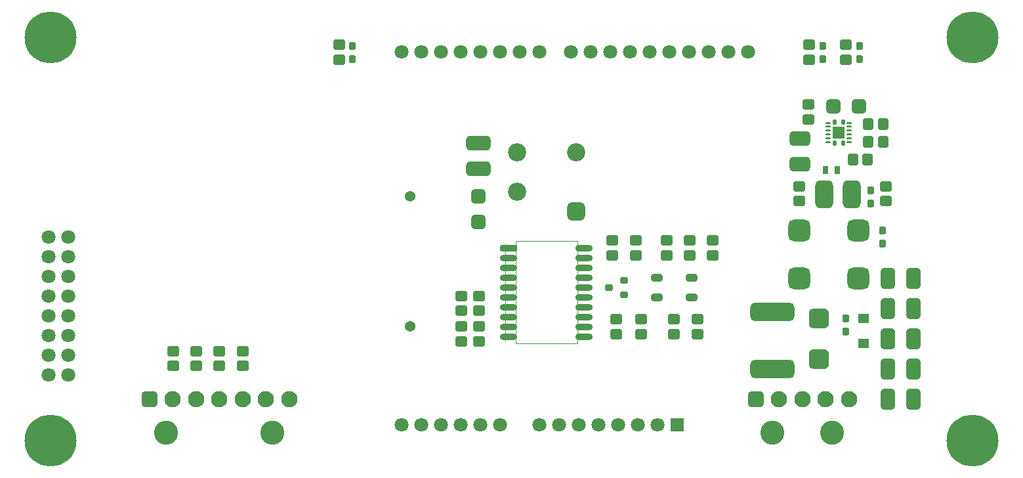
<source format=gts>
G04*
G04 #@! TF.GenerationSoftware,Altium Limited,Altium Designer,22.8.2 (66)*
G04*
G04 Layer_Color=8388736*
%FSLAX44Y44*%
%MOMM*%
G71*
G04*
G04 #@! TF.SameCoordinates,AF58AEFE-5498-464C-92CE-300A63243590*
G04*
G04*
G04 #@! TF.FilePolarity,Negative*
G04*
G01*
G75*
%ADD17C,0.0254*%
%ADD18C,0.0500*%
G04:AMPARAMS|DCode=21|XSize=0.508mm|YSize=0.6096mm|CornerRadius=0.0635mm|HoleSize=0mm|Usage=FLASHONLY|Rotation=180.000|XOffset=0mm|YOffset=0mm|HoleType=Round|Shape=RoundedRectangle|*
%AMROUNDEDRECTD21*
21,1,0.5080,0.4826,0,0,180.0*
21,1,0.3810,0.6096,0,0,180.0*
1,1,0.1270,-0.1905,0.2413*
1,1,0.1270,0.1905,0.2413*
1,1,0.1270,0.1905,-0.2413*
1,1,0.1270,-0.1905,-0.2413*
%
%ADD21ROUNDEDRECTD21*%
%ADD22R,1.6002X1.6002*%
%ADD39R,0.8016X1.0016*%
G04:AMPARAMS|DCode=40|XSize=1.4016mm|YSize=1.6017mm|CornerRadius=0.3758mm|HoleSize=0mm|Usage=FLASHONLY|Rotation=180.000|XOffset=0mm|YOffset=0mm|HoleType=Round|Shape=RoundedRectangle|*
%AMROUNDEDRECTD40*
21,1,1.4016,0.8501,0,0,180.0*
21,1,0.6500,1.6017,0,0,180.0*
1,1,0.7516,-0.3250,0.4251*
1,1,0.7516,0.3250,0.4251*
1,1,0.7516,0.3250,-0.4251*
1,1,0.7516,-0.3250,-0.4251*
%
%ADD40ROUNDEDRECTD40*%
G04:AMPARAMS|DCode=41|XSize=0.254mm|YSize=0.6096mm|CornerRadius=0.0318mm|HoleSize=0mm|Usage=FLASHONLY|Rotation=270.000|XOffset=0mm|YOffset=0mm|HoleType=Round|Shape=RoundedRectangle|*
%AMROUNDEDRECTD41*
21,1,0.2540,0.5461,0,0,270.0*
21,1,0.1905,0.6096,0,0,270.0*
1,1,0.0635,-0.2731,-0.0953*
1,1,0.0635,-0.2731,0.0953*
1,1,0.0635,0.2731,0.0953*
1,1,0.0635,0.2731,-0.0953*
%
%ADD41ROUNDEDRECTD41*%
G04:AMPARAMS|DCode=42|XSize=2.8016mm|YSize=2.8016mm|CornerRadius=0.7258mm|HoleSize=0mm|Usage=FLASHONLY|Rotation=0.000|XOffset=0mm|YOffset=0mm|HoleType=Round|Shape=RoundedRectangle|*
%AMROUNDEDRECTD42*
21,1,2.8016,1.3500,0,0,0.0*
21,1,1.3500,2.8016,0,0,0.0*
1,1,1.4516,0.6750,-0.6750*
1,1,1.4516,-0.6750,-0.6750*
1,1,1.4516,-0.6750,0.6750*
1,1,1.4516,0.6750,0.6750*
%
%ADD42ROUNDEDRECTD42*%
G04:AMPARAMS|DCode=43|XSize=0.9016mm|YSize=1.0016mm|CornerRadius=0.2508mm|HoleSize=0mm|Usage=FLASHONLY|Rotation=90.000|XOffset=0mm|YOffset=0mm|HoleType=Round|Shape=RoundedRectangle|*
%AMROUNDEDRECTD43*
21,1,0.9016,0.5000,0,0,90.0*
21,1,0.4000,1.0016,0,0,90.0*
1,1,0.5016,0.2500,0.2000*
1,1,0.5016,0.2500,-0.2000*
1,1,0.5016,-0.2500,-0.2000*
1,1,0.5016,-0.2500,0.2000*
%
%ADD43ROUNDEDRECTD43*%
G04:AMPARAMS|DCode=44|XSize=1.4516mm|YSize=1.0016mm|CornerRadius=0.2758mm|HoleSize=0mm|Usage=FLASHONLY|Rotation=180.000|XOffset=0mm|YOffset=0mm|HoleType=Round|Shape=RoundedRectangle|*
%AMROUNDEDRECTD44*
21,1,1.4516,0.4500,0,0,180.0*
21,1,0.9000,1.0016,0,0,180.0*
1,1,0.5516,-0.4500,0.2250*
1,1,0.5516,0.4500,0.2250*
1,1,0.5516,0.4500,-0.2250*
1,1,0.5516,-0.4500,-0.2250*
%
%ADD44ROUNDEDRECTD44*%
%ADD45O,2.2606X0.8128*%
G04:AMPARAMS|DCode=46|XSize=2.2606mm|YSize=0.8128mm|CornerRadius=0.2286mm|HoleSize=0mm|Usage=FLASHONLY|Rotation=0.000|XOffset=0mm|YOffset=0mm|HoleType=Round|Shape=RoundedRectangle|*
%AMROUNDEDRECTD46*
21,1,2.2606,0.3556,0,0,0.0*
21,1,1.8034,0.8128,0,0,0.0*
1,1,0.4572,0.9017,-0.1778*
1,1,0.4572,-0.9017,-0.1778*
1,1,0.4572,-0.9017,0.1778*
1,1,0.4572,0.9017,0.1778*
%
%ADD46ROUNDEDRECTD46*%
G04:AMPARAMS|DCode=47|XSize=1.0016mm|YSize=0.9016mm|CornerRadius=0.2508mm|HoleSize=0mm|Usage=FLASHONLY|Rotation=90.000|XOffset=0mm|YOffset=0mm|HoleType=Round|Shape=RoundedRectangle|*
%AMROUNDEDRECTD47*
21,1,1.0016,0.4000,0,0,90.0*
21,1,0.5000,0.9016,0,0,90.0*
1,1,0.5016,0.2000,0.2500*
1,1,0.5016,0.2000,-0.2500*
1,1,0.5016,-0.2000,-0.2500*
1,1,0.5016,-0.2000,0.2500*
%
%ADD47ROUNDEDRECTD47*%
G04:AMPARAMS|DCode=48|XSize=1.4016mm|YSize=1.6017mm|CornerRadius=0.3758mm|HoleSize=0mm|Usage=FLASHONLY|Rotation=270.000|XOffset=0mm|YOffset=0mm|HoleType=Round|Shape=RoundedRectangle|*
%AMROUNDEDRECTD48*
21,1,1.4016,0.8501,0,0,270.0*
21,1,0.6500,1.6017,0,0,270.0*
1,1,0.7516,-0.4251,-0.3250*
1,1,0.7516,-0.4251,0.3250*
1,1,0.7516,0.4251,0.3250*
1,1,0.7516,0.4251,-0.3250*
%
%ADD48ROUNDEDRECTD48*%
G04:AMPARAMS|DCode=49|XSize=1.9016mm|YSize=3.1516mm|CornerRadius=0.5008mm|HoleSize=0mm|Usage=FLASHONLY|Rotation=90.000|XOffset=0mm|YOffset=0mm|HoleType=Round|Shape=RoundedRectangle|*
%AMROUNDEDRECTD49*
21,1,1.9016,2.1500,0,0,90.0*
21,1,0.9000,3.1516,0,0,90.0*
1,1,1.0016,1.0750,0.4500*
1,1,1.0016,1.0750,-0.4500*
1,1,1.0016,-1.0750,-0.4500*
1,1,1.0016,-1.0750,0.4500*
%
%ADD49ROUNDEDRECTD49*%
G04:AMPARAMS|DCode=50|XSize=2.3016mm|YSize=3.6016mm|CornerRadius=0.6008mm|HoleSize=0mm|Usage=FLASHONLY|Rotation=180.000|XOffset=0mm|YOffset=0mm|HoleType=Round|Shape=RoundedRectangle|*
%AMROUNDEDRECTD50*
21,1,2.3016,2.4000,0,0,180.0*
21,1,1.1000,3.6016,0,0,180.0*
1,1,1.2016,-0.5500,1.2000*
1,1,1.2016,0.5500,1.2000*
1,1,1.2016,0.5500,-1.2000*
1,1,1.2016,-0.5500,-1.2000*
%
%ADD50ROUNDEDRECTD50*%
G04:AMPARAMS|DCode=51|XSize=2.4016mm|YSize=5.7016mm|CornerRadius=0.6258mm|HoleSize=0mm|Usage=FLASHONLY|Rotation=90.000|XOffset=0mm|YOffset=0mm|HoleType=Round|Shape=RoundedRectangle|*
%AMROUNDEDRECTD51*
21,1,2.4016,4.4500,0,0,90.0*
21,1,1.1500,5.7016,0,0,90.0*
1,1,1.2516,2.2250,0.5750*
1,1,1.2516,2.2250,-0.5750*
1,1,1.2516,-2.2250,-0.5750*
1,1,1.2516,-2.2250,0.5750*
%
%ADD51ROUNDEDRECTD51*%
G04:AMPARAMS|DCode=52|XSize=2.6016mm|YSize=2.6016mm|CornerRadius=0.6758mm|HoleSize=0mm|Usage=FLASHONLY|Rotation=90.000|XOffset=0mm|YOffset=0mm|HoleType=Round|Shape=RoundedRectangle|*
%AMROUNDEDRECTD52*
21,1,2.6016,1.2500,0,0,90.0*
21,1,1.2500,2.6016,0,0,90.0*
1,1,1.3516,0.6250,0.6250*
1,1,1.3516,0.6250,-0.6250*
1,1,1.3516,-0.6250,-0.6250*
1,1,1.3516,-0.6250,0.6250*
%
%ADD52ROUNDEDRECTD52*%
%ADD53R,1.4016X1.2016*%
G04:AMPARAMS|DCode=54|XSize=1.9016mm|YSize=1.9016mm|CornerRadius=0.5008mm|HoleSize=0mm|Usage=FLASHONLY|Rotation=90.000|XOffset=0mm|YOffset=0mm|HoleType=Round|Shape=RoundedRectangle|*
%AMROUNDEDRECTD54*
21,1,1.9016,0.9000,0,0,90.0*
21,1,0.9000,1.9016,0,0,90.0*
1,1,1.0016,0.4500,0.4500*
1,1,1.0016,0.4500,-0.4500*
1,1,1.0016,-0.4500,-0.4500*
1,1,1.0016,-0.4500,0.4500*
%
%ADD54ROUNDEDRECTD54*%
G04:AMPARAMS|DCode=55|XSize=1.9016mm|YSize=1.9016mm|CornerRadius=0.5008mm|HoleSize=0mm|Usage=FLASHONLY|Rotation=0.000|XOffset=0mm|YOffset=0mm|HoleType=Round|Shape=RoundedRectangle|*
%AMROUNDEDRECTD55*
21,1,1.9016,0.9000,0,0,0.0*
21,1,0.9000,1.9016,0,0,0.0*
1,1,1.0016,0.4500,-0.4500*
1,1,1.0016,-0.4500,-0.4500*
1,1,1.0016,-0.4500,0.4500*
1,1,1.0016,0.4500,0.4500*
%
%ADD55ROUNDEDRECTD55*%
G04:AMPARAMS|DCode=56|XSize=1.9016mm|YSize=2.7016mm|CornerRadius=0.5008mm|HoleSize=0mm|Usage=FLASHONLY|Rotation=90.000|XOffset=0mm|YOffset=0mm|HoleType=Round|Shape=RoundedRectangle|*
%AMROUNDEDRECTD56*
21,1,1.9016,1.7000,0,0,90.0*
21,1,0.9000,2.7016,0,0,90.0*
1,1,1.0016,0.8500,0.4500*
1,1,1.0016,0.8500,-0.4500*
1,1,1.0016,-0.8500,-0.4500*
1,1,1.0016,-0.8500,0.4500*
%
%ADD56ROUNDEDRECTD56*%
G04:AMPARAMS|DCode=57|XSize=1.9016mm|YSize=2.7016mm|CornerRadius=0.5008mm|HoleSize=0mm|Usage=FLASHONLY|Rotation=0.000|XOffset=0mm|YOffset=0mm|HoleType=Round|Shape=RoundedRectangle|*
%AMROUNDEDRECTD57*
21,1,1.9016,1.7000,0,0,0.0*
21,1,0.9000,2.7016,0,0,0.0*
1,1,1.0016,0.4500,-0.8500*
1,1,1.0016,-0.4500,-0.8500*
1,1,1.0016,-0.4500,0.8500*
1,1,1.0016,0.4500,0.8500*
%
%ADD57ROUNDEDRECTD57*%
%ADD58C,3.1016*%
%ADD59C,2.1016*%
G04:AMPARAMS|DCode=60|XSize=2.1016mm|YSize=2.1016mm|CornerRadius=0.5508mm|HoleSize=0mm|Usage=FLASHONLY|Rotation=180.000|XOffset=0mm|YOffset=0mm|HoleType=Round|Shape=RoundedRectangle|*
%AMROUNDEDRECTD60*
21,1,2.1016,1.0000,0,0,180.0*
21,1,1.0000,2.1016,0,0,180.0*
1,1,1.1016,-0.5000,0.5000*
1,1,1.1016,0.5000,0.5000*
1,1,1.1016,0.5000,-0.5000*
1,1,1.1016,-0.5000,-0.5000*
%
%ADD60ROUNDEDRECTD60*%
%ADD61C,1.8016*%
%ADD62R,1.8016X1.8016*%
%ADD63C,6.7016*%
%ADD64C,2.3416*%
G04:AMPARAMS|DCode=65|XSize=2.3416mm|YSize=2.3416mm|CornerRadius=0.6108mm|HoleSize=0mm|Usage=FLASHONLY|Rotation=90.000|XOffset=0mm|YOffset=0mm|HoleType=Round|Shape=RoundedRectangle|*
%AMROUNDEDRECTD65*
21,1,2.3416,1.1200,0,0,90.0*
21,1,1.1200,2.3416,0,0,90.0*
1,1,1.2216,0.5600,0.5600*
1,1,1.2216,0.5600,-0.5600*
1,1,1.2216,-0.5600,-0.5600*
1,1,1.2216,-0.5600,0.5600*
%
%ADD65ROUNDEDRECTD65*%
%ADD66C,1.3716*%
%ADD67C,0.4572*%
D17*
X638795Y170180D02*
Y294386D01*
D18*
X652197Y298408D02*
X732092D01*
Y166370D02*
Y298408D01*
X652197Y166370D02*
X732092D01*
X652197D02*
Y298408D01*
D21*
X1063840Y424650D02*
D03*
X1074840D02*
D03*
Y451650D02*
D03*
X1063840D02*
D03*
D22*
X1069340Y438150D02*
D03*
D39*
X1052500Y390500D02*
D03*
X1067500D02*
D03*
D40*
X1126370Y449012D02*
D03*
X1126380Y426238D02*
D03*
X1106370Y404012D02*
D03*
X1087370D02*
D03*
X1107380Y426238D02*
D03*
X1107370Y449012D02*
D03*
D41*
X1055840Y450650D02*
D03*
Y445650D02*
D03*
Y440650D02*
D03*
Y435650D02*
D03*
Y430650D02*
D03*
Y425650D02*
D03*
X1082840D02*
D03*
Y430650D02*
D03*
Y435650D02*
D03*
Y440650D02*
D03*
Y445650D02*
D03*
Y450650D02*
D03*
D42*
X1094740Y312420D02*
D03*
X1018540D02*
D03*
Y250220D02*
D03*
X1094740D02*
D03*
D43*
X792320Y229260D02*
D03*
Y248260D02*
D03*
X772320Y238760D02*
D03*
D44*
X879730Y226260D02*
D03*
Y251260D02*
D03*
X834230D02*
D03*
Y226260D02*
D03*
D45*
X740923Y175260D02*
D03*
X643377D02*
D03*
X740913Y187960D02*
D03*
Y200660D02*
D03*
Y213360D02*
D03*
Y226060D02*
D03*
Y238760D02*
D03*
Y251460D02*
D03*
Y264160D02*
D03*
Y276860D02*
D03*
Y289560D02*
D03*
X643377Y187960D02*
D03*
Y200660D02*
D03*
Y213360D02*
D03*
Y226060D02*
D03*
Y238760D02*
D03*
Y251460D02*
D03*
Y264160D02*
D03*
Y276860D02*
D03*
D46*
Y289560D02*
D03*
D47*
X441960Y549910D02*
D03*
Y532910D02*
D03*
X1048620Y550410D02*
D03*
Y533410D02*
D03*
X1096010Y549910D02*
D03*
Y532910D02*
D03*
X1110750Y363750D02*
D03*
Y346750D02*
D03*
X1125880Y312420D02*
D03*
Y295420D02*
D03*
X1078230Y198560D02*
D03*
Y181560D02*
D03*
D48*
X846827Y299180D02*
D03*
Y280180D02*
D03*
X300157Y137700D02*
D03*
Y156700D02*
D03*
X270157Y137700D02*
D03*
Y156700D02*
D03*
X240157Y137700D02*
D03*
Y156700D02*
D03*
X210157Y137700D02*
D03*
Y156700D02*
D03*
X424442Y551532D02*
D03*
Y532533D02*
D03*
X1030840Y551532D02*
D03*
Y532533D02*
D03*
X1078492Y551532D02*
D03*
Y532533D02*
D03*
X1029708Y474440D02*
D03*
Y455440D02*
D03*
X1130262Y350265D02*
D03*
Y369265D02*
D03*
X1018383Y369030D02*
D03*
Y350030D02*
D03*
X876592Y299180D02*
D03*
Y280180D02*
D03*
X856906Y178825D02*
D03*
Y197824D02*
D03*
X886672Y178825D02*
D03*
Y197824D02*
D03*
X906358Y299180D02*
D03*
Y280180D02*
D03*
X814476Y197580D02*
D03*
Y178580D02*
D03*
X777296Y299180D02*
D03*
Y280180D02*
D03*
X807061Y299180D02*
D03*
Y280180D02*
D03*
X604942Y169450D02*
D03*
Y188450D02*
D03*
X582082Y208820D02*
D03*
Y227820D02*
D03*
X604942Y208820D02*
D03*
Y227820D02*
D03*
X782320Y197580D02*
D03*
Y178580D02*
D03*
X582082Y169450D02*
D03*
Y188450D02*
D03*
D49*
X604520Y424770D02*
D03*
Y392270D02*
D03*
D50*
X1050110Y358885D02*
D03*
X1086110D02*
D03*
D51*
X983250Y134010D02*
D03*
Y207010D02*
D03*
D52*
X1043940Y198560D02*
D03*
Y146560D02*
D03*
D53*
X1101090Y198560D02*
D03*
Y166560D02*
D03*
D54*
X604295Y323690D02*
D03*
Y356190D02*
D03*
D55*
X1062598Y472440D02*
D03*
X1095098D02*
D03*
D56*
X1019000Y430400D02*
D03*
Y397900D02*
D03*
D57*
X1165180Y250220D02*
D03*
X1132680D02*
D03*
X1165180Y211415D02*
D03*
X1132680D02*
D03*
X1165180Y172610D02*
D03*
X1132680D02*
D03*
X1165180Y133805D02*
D03*
X1132680D02*
D03*
X1165180Y95000D02*
D03*
X1132680D02*
D03*
D58*
X201500Y51800D02*
D03*
X338500D02*
D03*
X983871Y51800D02*
D03*
X1060871D02*
D03*
D59*
X300000Y95000D02*
D03*
X270000D02*
D03*
X240000D02*
D03*
X210000D02*
D03*
X330000D02*
D03*
X360000D02*
D03*
X1082371Y95000D02*
D03*
X1052371D02*
D03*
X1022371D02*
D03*
X992371D02*
D03*
D60*
X180000Y95000D02*
D03*
X962371Y95000D02*
D03*
D61*
X683037Y61270D02*
D03*
X708437D02*
D03*
X733837D02*
D03*
X759237D02*
D03*
X784637D02*
D03*
X810037D02*
D03*
X835437D02*
D03*
X74803Y125692D02*
D03*
X49403Y278600D02*
D03*
Y253200D02*
D03*
Y227800D02*
D03*
Y202400D02*
D03*
Y177000D02*
D03*
Y151600D02*
D03*
Y126200D02*
D03*
X74803Y151600D02*
D03*
Y177000D02*
D03*
Y202400D02*
D03*
Y227800D02*
D03*
Y253200D02*
D03*
Y278600D02*
D03*
Y304000D02*
D03*
X49403D02*
D03*
X505237Y542302D02*
D03*
X606837Y61270D02*
D03*
X581437D02*
D03*
X556037D02*
D03*
X530637D02*
D03*
X505237D02*
D03*
X632237D02*
D03*
X683037Y542302D02*
D03*
X657637D02*
D03*
X632237D02*
D03*
X606837D02*
D03*
X581437D02*
D03*
X556037D02*
D03*
X530637D02*
D03*
X723321D02*
D03*
X748721D02*
D03*
X774121D02*
D03*
X799521D02*
D03*
X824921D02*
D03*
X850321D02*
D03*
X875721D02*
D03*
X901121D02*
D03*
X926521D02*
D03*
X951921D02*
D03*
D62*
X860837Y61270D02*
D03*
D63*
X51931Y41270D02*
D03*
Y561270D02*
D03*
X1241931Y41270D02*
D03*
Y561270D02*
D03*
D64*
X654050Y361950D02*
D03*
Y412750D02*
D03*
X730250D02*
D03*
D65*
Y336550D02*
D03*
D66*
X515750Y356190D02*
D03*
Y188356D02*
D03*
D67*
X1064340Y443150D02*
D03*
Y438150D02*
D03*
X1074340Y433150D02*
D03*
X1069340D02*
D03*
X1064340D02*
D03*
X1074340Y438150D02*
D03*
Y443150D02*
D03*
X1069340D02*
D03*
Y438150D02*
D03*
M02*

</source>
